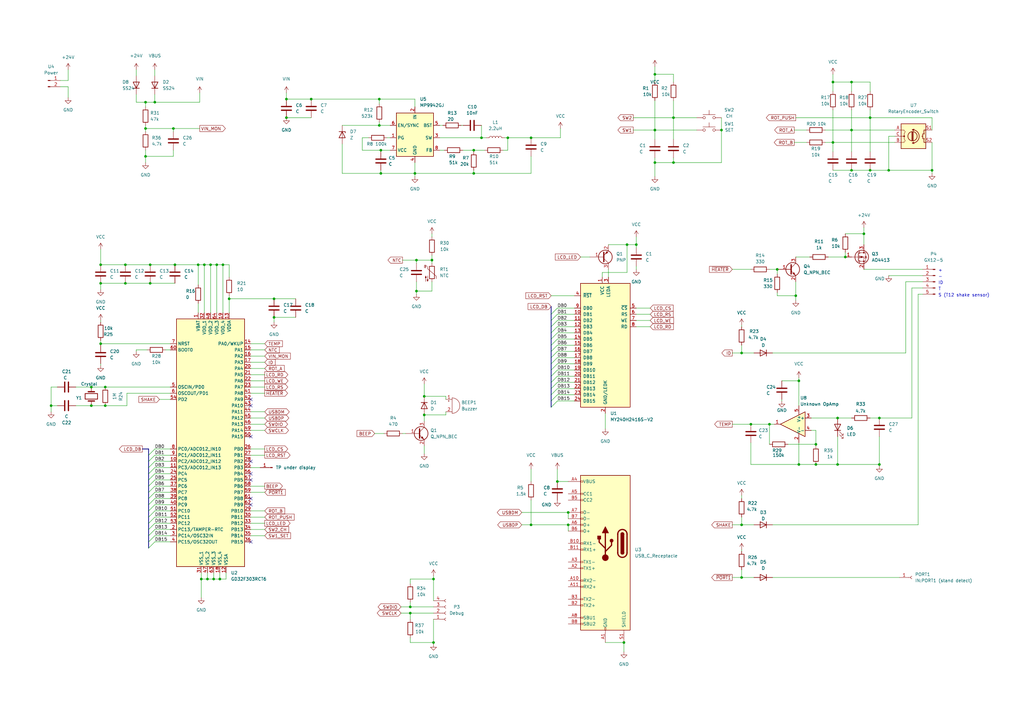
<source format=kicad_sch>
(kicad_sch (version 20211123) (generator eeschema)
  (paper "A3")
  (title_block (title "AIXUN T3A") (rev "1.2"))
  (junction (at 315.595 173.99))
  (junction (at 177.165 106.68))
  (junction (at 177.8 237.49))
  (junction (at 20.955 166.37))
  (junction (at 360.68 190.5))
  (junction (at 88.9 108.585))
  (junction (at 170.18 71.12))
  (junction (at 41.275 116.205))
  (junction (at 233.045 215.265))
  (junction (at 112.395 122.555))
  (junction (at 349.25 69.85))
  (junction (at 364.49 69.85))
  (junction (at 341.63 58.42))
  (junction (at 304.165 144.78))
  (junction (at 343.535 190.5))
  (junction (at 208.28 56.515))
  (junction (at 343.535 171.45))
  (junction (at 156.21 61.595))
  (junction (at 327.66 156.21))
  (junction (at 81.28 108.585))
  (junction (at 168.275 248.92))
  (junction (at 356.87 48.26))
  (junction (at 334.645 190.5))
  (junction (at 356.87 69.85))
  (junction (at 173.99 162.56))
  (junction (at 233.045 210.185))
  (junction (at 51.435 108.585))
  (junction (at 177.8 263.525))
  (junction (at 197.485 56.515))
  (junction (at 155.575 40.64))
  (junction (at 268.605 30.48))
  (junction (at 127.635 40.64))
  (junction (at 41.275 140.97))
  (junction (at 307.975 173.99))
  (junction (at 43.18 166.37))
  (junction (at 217.805 215.265))
  (junction (at 255.905 263.525))
  (junction (at 85.09 237.49))
  (junction (at 346.71 105.41))
  (junction (at 295.91 53.34))
  (junction (at 93.98 122.555))
  (junction (at 83.82 108.585))
  (junction (at 228.6 197.485))
  (junction (at 87.63 237.49))
  (junction (at 37.465 166.37))
  (junction (at 170.815 106.68))
  (junction (at 37.465 158.75))
  (junction (at 341.63 33.655))
  (junction (at 156.21 71.12))
  (junction (at 327.66 190.5))
  (junction (at 268.605 53.34))
  (junction (at 112.395 130.175))
  (junction (at 349.25 33.655))
  (junction (at 304.165 215.265))
  (junction (at 71.755 108.585))
  (junction (at 194.31 61.595))
  (junction (at 382.27 69.85))
  (junction (at 173.99 170.18))
  (junction (at 349.25 53.34))
  (junction (at 318.77 110.49))
  (junction (at 260.985 100.33))
  (junction (at 63.5 41.91))
  (junction (at 59.69 52.705))
  (junction (at 59.69 41.91))
  (junction (at 117.475 48.26))
  (junction (at 91.44 108.585))
  (junction (at 41.275 108.585))
  (junction (at 170.815 119.38))
  (junction (at 59.69 64.135))
  (junction (at 268.605 66.675))
  (junction (at 71.12 52.705))
  (junction (at 82.55 237.49))
  (junction (at 117.475 40.64))
  (junction (at 354.33 95.885))
  (junction (at 86.36 108.585))
  (junction (at 276.225 66.675))
  (junction (at 43.18 158.75))
  (junction (at 334.645 182.245))
  (junction (at 276.225 48.26))
  (junction (at 51.435 116.205))
  (junction (at 168.275 251.46))
  (junction (at 61.595 116.205))
  (junction (at 326.39 121.285))
  (junction (at 194.31 71.12))
  (junction (at 257.175 100.33))
  (junction (at 304.165 236.855))
  (junction (at 217.805 56.515))
  (junction (at 360.68 171.45))
  (junction (at 61.595 108.585))
  (junction (at 155.575 51.435))
  (junction (at 90.17 237.49))
  (no_connect (at 102.87 222.25))
  (no_connect (at 102.87 194.31))
  (no_connect (at 102.87 196.85))
  (no_connect (at 102.87 189.23))
  (no_connect (at 102.87 163.83))
  (no_connect (at 102.87 166.37))
  (no_connect (at 102.87 179.07))
  (no_connect (at 102.87 204.47))
  (no_connect (at 102.87 207.01))
  (bus_entry (at 228.6 146.685) (size -2.54 2.54))
  (bus_entry (at 63.5 212.09) (size -2.54 2.54))
  (bus_entry (at 228.6 149.225) (size -2.54 2.54))
  (bus_entry (at 63.5 214.63) (size -2.54 2.54))
  (bus_entry (at 228.6 151.765) (size -2.54 2.54))
  (bus_entry (at 63.5 217.17) (size -2.54 2.54))
  (bus_entry (at 228.6 159.385) (size -2.54 2.54))
  (bus_entry (at 63.5 207.01) (size -2.54 2.54))
  (bus_entry (at 63.5 204.47) (size -2.54 2.54))
  (bus_entry (at 228.6 161.925) (size -2.54 2.54))
  (bus_entry (at 63.5 222.25) (size -2.54 2.54))
  (bus_entry (at 228.6 141.605) (size -2.54 2.54))
  (bus_entry (at 63.5 219.71) (size -2.54 2.54))
  (bus_entry (at 63.5 199.39) (size -2.54 2.54))
  (bus_entry (at 63.5 209.55) (size -2.54 2.54))
  (bus_entry (at 228.6 156.845) (size -2.54 2.54))
  (bus_entry (at 228.6 133.985) (size -2.54 2.54))
  (bus_entry (at 228.6 136.525) (size -2.54 2.54))
  (bus_entry (at 228.6 128.905) (size -2.54 2.54))
  (bus_entry (at 228.6 126.365) (size -2.54 2.54))
  (bus_entry (at 228.6 131.445) (size -2.54 2.54))
  (bus_entry (at 228.6 139.065) (size -2.54 2.54))
  (bus_entry (at 228.6 154.305) (size -2.54 2.54))
  (bus_entry (at 228.6 144.145) (size -2.54 2.54))
  (bus_entry (at 63.5 201.93) (size -2.54 2.54))
  (bus_entry (at 63.5 196.85) (size -2.54 2.54))
  (bus_entry (at 228.6 164.465) (size -2.54 2.54))
  (bus_entry (at 63.5 194.31) (size -2.54 2.54))
  (bus_entry (at 63.5 189.23) (size -2.54 2.54))
  (bus_entry (at 63.5 191.77) (size -2.54 2.54))
  (bus_entry (at 63.5 184.15) (size -2.54 2.54))
  (bus_entry (at 63.5 186.69) (size -2.54 2.54))
  (wire (pts (xy 102.87 143.51) (xy 108.585 143.51)))
  (wire (pts (xy 85.09 234.95) (xy 85.09 237.49)))
  (wire (pts (xy 165.1 177.8) (xy 166.37 177.8)))
  (wire (pts (xy 102.87 209.55) (xy 108.585 209.55)))
  (wire (pts (xy 228.6 192.405) (xy 228.6 197.485)))
  (bus (pts (xy 60.96 191.77) (xy 60.96 194.31)))
  (bus (pts (xy 60.96 189.23) (xy 60.96 191.77)))
  (wire (pts (xy 102.87 156.21) (xy 108.585 156.21)))
  (wire (pts (xy 155.575 40.64) (xy 170.18 40.64)))
  (wire (pts (xy 356.87 48.26) (xy 326.39 48.26)))
  (wire (pts (xy 102.87 158.75) (xy 108.585 158.75)))
  (wire (pts (xy 248.285 169.545) (xy 248.285 175.895)))
  (wire (pts (xy 87.63 237.49) (xy 90.17 237.49)))
  (wire (pts (xy 93.98 121.285) (xy 93.98 122.555)))
  (wire (pts (xy 180.34 61.595) (xy 182.245 61.595)))
  (wire (pts (xy 257.175 100.33) (xy 260.985 100.33)))
  (wire (pts (xy 61.595 108.585) (xy 71.755 108.585)))
  (wire (pts (xy 71.12 53.975) (xy 71.12 52.705)))
  (wire (pts (xy 102.87 153.67) (xy 108.585 153.67)))
  (wire (pts (xy 60.325 143.51) (xy 55.88 143.51)))
  (wire (pts (xy 170.815 106.68) (xy 177.165 106.68)))
  (bus (pts (xy 60.96 186.69) (xy 60.96 189.23)))
  (wire (pts (xy 371.475 144.78) (xy 316.865 144.78)))
  (wire (pts (xy 86.36 108.585) (xy 83.82 108.585)))
  (wire (pts (xy 194.31 69.85) (xy 194.31 71.12)))
  (wire (pts (xy 168.275 248.92) (xy 177.8 248.92)))
  (bus (pts (xy 226.06 144.145) (xy 226.06 146.685)))
  (wire (pts (xy 354.33 110.49) (xy 378.46 110.49)))
  (wire (pts (xy 102.87 214.63) (xy 108.585 214.63)))
  (wire (pts (xy 217.805 205.105) (xy 217.805 215.265)))
  (wire (pts (xy 155.575 40.64) (xy 155.575 42.545)))
  (wire (pts (xy 378.46 115.57) (xy 371.475 115.57)))
  (wire (pts (xy 81.28 124.46) (xy 81.28 128.27)))
  (wire (pts (xy 327.66 156.21) (xy 327.66 166.37)))
  (wire (pts (xy 304.165 203.2) (xy 304.165 204.47)))
  (wire (pts (xy 349.25 53.34) (xy 367.03 53.34)))
  (wire (pts (xy 93.98 122.555) (xy 112.395 122.555)))
  (wire (pts (xy 27.94 40.005) (xy 27.94 35.56)))
  (wire (pts (xy 228.6 156.845) (xy 235.585 156.845)))
  (wire (pts (xy 59.69 64.135) (xy 59.69 66.675)))
  (wire (pts (xy 307.975 173.99) (xy 315.595 173.99)))
  (wire (pts (xy 52.07 161.29) (xy 52.07 166.37)))
  (bus (pts (xy 226.06 146.685) (xy 226.06 149.225)))
  (wire (pts (xy 327.66 181.61) (xy 327.66 190.5)))
  (wire (pts (xy 93.98 122.555) (xy 93.98 128.27)))
  (wire (pts (xy 260.985 131.445) (xy 266.7 131.445)))
  (wire (pts (xy 102.87 212.09) (xy 108.585 212.09)))
  (wire (pts (xy 276.225 41.275) (xy 276.225 48.26)))
  (wire (pts (xy 170.18 66.675) (xy 170.18 71.12)))
  (wire (pts (xy 63.5 41.91) (xy 63.5 38.735)))
  (wire (pts (xy 173.99 170.18) (xy 173.99 172.72)))
  (wire (pts (xy 182.88 168.91) (xy 182.88 170.18)))
  (wire (pts (xy 339.725 105.41) (xy 346.71 105.41)))
  (wire (pts (xy 228.6 197.485) (xy 233.045 197.485)))
  (wire (pts (xy 268.605 41.275) (xy 268.605 53.34)))
  (wire (pts (xy 177.165 119.38) (xy 170.815 119.38)))
  (wire (pts (xy 102.87 199.39) (xy 108.585 199.39)))
  (wire (pts (xy 268.605 53.34) (xy 268.605 57.15)))
  (wire (pts (xy 63.5 194.31) (xy 69.85 194.31)))
  (wire (pts (xy 24.765 33.02) (xy 27.94 33.02)))
  (wire (pts (xy 268.605 27.305) (xy 268.605 30.48)))
  (wire (pts (xy 228.6 131.445) (xy 235.585 131.445)))
  (bus (pts (xy 60.96 194.31) (xy 60.96 196.85)))
  (wire (pts (xy 102.87 186.69) (xy 108.585 186.69)))
  (wire (pts (xy 367.03 55.88) (xy 364.49 55.88)))
  (wire (pts (xy 207.01 56.515) (xy 208.28 56.515)))
  (bus (pts (xy 60.96 219.71) (xy 60.96 222.25)))
  (wire (pts (xy 343.535 171.45) (xy 349.25 171.45)))
  (wire (pts (xy 140.335 59.055) (xy 140.335 71.12)))
  (wire (pts (xy 332.74 171.45) (xy 343.535 171.45)))
  (wire (pts (xy 217.805 192.405) (xy 217.805 197.485)))
  (wire (pts (xy 247.015 111.76) (xy 257.175 111.76)))
  (wire (pts (xy 255.905 263.525) (xy 255.905 267.335)))
  (wire (pts (xy 334.645 176.53) (xy 334.645 182.245)))
  (wire (pts (xy 197.485 56.515) (xy 199.39 56.515)))
  (wire (pts (xy 182.88 163.83) (xy 182.88 162.56)))
  (wire (pts (xy 206.375 61.595) (xy 208.28 61.595)))
  (wire (pts (xy 63.5 201.93) (xy 69.85 201.93)))
  (wire (pts (xy 304.165 226.06) (xy 304.165 225.425)))
  (bus (pts (xy 226.06 141.605) (xy 226.06 144.145)))
  (wire (pts (xy 102.87 140.97) (xy 108.585 140.97)))
  (wire (pts (xy 170.815 107.95) (xy 170.815 106.68)))
  (wire (pts (xy 228.6 128.905) (xy 235.585 128.905)))
  (wire (pts (xy 85.09 237.49) (xy 82.55 237.49)))
  (wire (pts (xy 229.87 56.515) (xy 217.805 56.515)))
  (bus (pts (xy 60.96 209.55) (xy 60.96 212.09)))
  (wire (pts (xy 63.5 189.23) (xy 69.85 189.23)))
  (wire (pts (xy 268.605 66.675) (xy 268.605 72.39)))
  (wire (pts (xy 63.5 214.63) (xy 69.85 214.63)))
  (wire (pts (xy 276.225 33.655) (xy 276.225 30.48)))
  (wire (pts (xy 71.12 52.705) (xy 81.915 52.705)))
  (wire (pts (xy 112.395 130.175) (xy 112.395 132.08)))
  (bus (pts (xy 226.06 159.385) (xy 226.06 161.925)))
  (wire (pts (xy 194.31 62.23) (xy 194.31 61.595)))
  (bus (pts (xy 60.96 184.15) (xy 60.96 186.69)))
  (wire (pts (xy 177.165 115.57) (xy 177.165 119.38)))
  (wire (pts (xy 164.465 251.46) (xy 168.275 251.46)))
  (wire (pts (xy 63.5 222.25) (xy 69.85 222.25)))
  (wire (pts (xy 117.475 38.1) (xy 117.475 40.64)))
  (wire (pts (xy 318.77 120.015) (xy 318.77 121.285)))
  (wire (pts (xy 228.6 164.465) (xy 235.585 164.465)))
  (wire (pts (xy 295.91 53.34) (xy 295.91 66.675)))
  (wire (pts (xy 315.595 110.49) (xy 318.77 110.49)))
  (wire (pts (xy 356.87 171.45) (xy 360.68 171.45)))
  (wire (pts (xy 208.28 61.595) (xy 208.28 56.515)))
  (wire (pts (xy 63.5 28.575) (xy 63.5 31.115)))
  (bus (pts (xy 60.96 207.01) (xy 60.96 209.55)))
  (bus (pts (xy 60.96 201.93) (xy 60.96 204.47)))
  (wire (pts (xy 41.275 116.205) (xy 51.435 116.205)))
  (wire (pts (xy 24.765 35.56) (xy 27.94 35.56)))
  (wire (pts (xy 349.25 62.23) (xy 349.25 53.34)))
  (wire (pts (xy 356.87 37.465) (xy 356.87 33.655)))
  (wire (pts (xy 177.165 95.885) (xy 177.165 97.155)))
  (wire (pts (xy 238.125 105.41) (xy 241.935 105.41)))
  (wire (pts (xy 41.275 102.235) (xy 41.275 108.585)))
  (wire (pts (xy 304.165 141.605) (xy 304.165 144.78)))
  (wire (pts (xy 378.46 118.11) (xy 374.015 118.11)))
  (wire (pts (xy 61.595 116.205) (xy 71.755 116.205)))
  (wire (pts (xy 102.87 171.45) (xy 108.585 171.45)))
  (wire (pts (xy 343.535 190.5) (xy 360.68 190.5)))
  (bus (pts (xy 226.06 149.225) (xy 226.06 151.765)))
  (wire (pts (xy 315.595 173.99) (xy 317.5 173.99)))
  (wire (pts (xy 304.165 144.78) (xy 309.245 144.78)))
  (wire (pts (xy 356.87 33.655) (xy 349.25 33.655)))
  (wire (pts (xy 88.9 108.585) (xy 86.36 108.585)))
  (wire (pts (xy 148.59 61.595) (xy 156.21 61.595)))
  (wire (pts (xy 341.63 30.48) (xy 341.63 33.655)))
  (wire (pts (xy 260.985 126.365) (xy 266.7 126.365)))
  (wire (pts (xy 364.49 69.85) (xy 382.27 69.85)))
  (wire (pts (xy 247.015 113.665) (xy 247.015 111.76)))
  (wire (pts (xy 177.165 104.775) (xy 177.165 106.68)))
  (wire (pts (xy 165.1 106.68) (xy 170.815 106.68)))
  (wire (pts (xy 63.5 219.71) (xy 69.85 219.71)))
  (wire (pts (xy 90.17 234.95) (xy 90.17 237.49)))
  (wire (pts (xy 23.495 158.75) (xy 20.955 158.75)))
  (wire (pts (xy 248.285 263.525) (xy 255.905 263.525)))
  (wire (pts (xy 41.275 131.445) (xy 41.275 132.08)))
  (wire (pts (xy 300.355 215.265) (xy 304.165 215.265)))
  (wire (pts (xy 117.475 48.26) (xy 127.635 48.26)))
  (wire (pts (xy 304.165 236.855) (xy 309.245 236.855)))
  (wire (pts (xy 82.55 234.95) (xy 82.55 237.49)))
  (wire (pts (xy 228.6 146.685) (xy 235.585 146.685)))
  (wire (pts (xy 177.8 254) (xy 177.8 263.525)))
  (wire (pts (xy 88.9 128.27) (xy 88.9 108.585)))
  (bus (pts (xy 60.96 212.09) (xy 60.96 214.63)))
  (wire (pts (xy 326.39 115.57) (xy 326.39 121.285)))
  (wire (pts (xy 59.69 61.595) (xy 59.69 64.135)))
  (wire (pts (xy 91.44 108.585) (xy 88.9 108.585)))
  (wire (pts (xy 63.5 184.15) (xy 69.85 184.15)))
  (wire (pts (xy 382.27 48.26) (xy 356.87 48.26)))
  (wire (pts (xy 43.18 166.37) (xy 37.465 166.37)))
  (wire (pts (xy 168.275 251.46) (xy 168.275 254)))
  (wire (pts (xy 213.995 215.265) (xy 217.805 215.265)))
  (wire (pts (xy 87.63 237.49) (xy 85.09 237.49)))
  (bus (pts (xy 226.06 133.985) (xy 226.06 136.525)))
  (wire (pts (xy 41.275 116.205) (xy 41.275 118.745)))
  (wire (pts (xy 102.87 184.15) (xy 108.585 184.15)))
  (wire (pts (xy 268.605 30.48) (xy 276.225 30.48)))
  (bus (pts (xy 226.06 125.73) (xy 226.06 128.905)))
  (wire (pts (xy 112.395 130.175) (xy 121.285 130.175)))
  (wire (pts (xy 249.555 100.33) (xy 257.175 100.33)))
  (wire (pts (xy 93.98 108.585) (xy 91.44 108.585)))
  (wire (pts (xy 63.5 196.85) (xy 69.85 196.85)))
  (wire (pts (xy 59.69 41.91) (xy 63.5 41.91)))
  (wire (pts (xy 356.87 48.26) (xy 356.87 62.23)))
  (wire (pts (xy 226.06 121.285) (xy 235.585 121.285)))
  (wire (pts (xy 194.31 71.12) (xy 217.805 71.12)))
  (wire (pts (xy 260.985 133.985) (xy 266.7 133.985)))
  (wire (pts (xy 90.17 237.49) (xy 92.71 237.49)))
  (wire (pts (xy 371.475 115.57) (xy 371.475 144.78)))
  (wire (pts (xy 320.675 163.83) (xy 320.675 164.465)))
  (wire (pts (xy 217.805 64.135) (xy 217.805 71.12)))
  (wire (pts (xy 376.555 120.65) (xy 378.46 120.65)))
  (wire (pts (xy 173.99 157.48) (xy 173.99 162.56)))
  (wire (pts (xy 63.5 207.01) (xy 69.85 207.01)))
  (wire (pts (xy 127.635 40.64) (xy 155.575 40.64)))
  (wire (pts (xy 233.045 210.185) (xy 233.045 212.725)))
  (wire (pts (xy 102.87 168.91) (xy 108.585 168.91)))
  (wire (pts (xy 168.275 237.49) (xy 177.8 237.49)))
  (wire (pts (xy 228.6 154.305) (xy 235.585 154.305)))
  (wire (pts (xy 86.36 128.27) (xy 86.36 108.585)))
  (wire (pts (xy 71.755 108.585) (xy 81.28 108.585)))
  (wire (pts (xy 87.63 234.95) (xy 87.63 237.49)))
  (wire (pts (xy 63.5 212.09) (xy 69.85 212.09)))
  (wire (pts (xy 59.69 51.435) (xy 59.69 52.705)))
  (wire (pts (xy 304.165 133.35) (xy 304.165 133.985)))
  (wire (pts (xy 249.555 110.49) (xy 249.555 113.665)))
  (wire (pts (xy 81.915 38.1) (xy 81.915 41.91)))
  (wire (pts (xy 323.215 182.245) (xy 334.645 182.245)))
  (wire (pts (xy 349.25 69.85) (xy 356.87 69.85)))
  (wire (pts (xy 156.21 71.12) (xy 170.18 71.12)))
  (wire (pts (xy 168.275 247.015) (xy 168.275 248.92)))
  (wire (pts (xy 326.39 121.285) (xy 326.39 123.19)))
  (wire (pts (xy 320.675 156.21) (xy 327.66 156.21)))
  (wire (pts (xy 346.71 95.885) (xy 354.33 95.885)))
  (wire (pts (xy 102.87 146.05) (xy 108.585 146.05)))
  (wire (pts (xy 382.27 69.85) (xy 382.27 71.12)))
  (wire (pts (xy 327.66 190.5) (xy 334.645 190.5)))
  (wire (pts (xy 182.88 162.56) (xy 173.99 162.56)))
  (wire (pts (xy 177.8 236.22) (xy 177.8 237.49)))
  (wire (pts (xy 31.115 166.37) (xy 37.465 166.37)))
  (wire (pts (xy 356.87 45.085) (xy 356.87 48.26)))
  (wire (pts (xy 102.87 173.99) (xy 108.585 173.99)))
  (wire (pts (xy 316.865 215.265) (xy 376.555 215.265)))
  (wire (pts (xy 170.18 71.12) (xy 194.31 71.12)))
  (wire (pts (xy 233.045 215.265) (xy 233.045 217.805)))
  (wire (pts (xy 168.275 239.395) (xy 168.275 237.49)))
  (wire (pts (xy 276.225 64.77) (xy 276.225 66.675)))
  (wire (pts (xy 59.69 52.705) (xy 59.69 53.975)))
  (wire (pts (xy 268.605 64.77) (xy 268.605 66.675)))
  (wire (pts (xy 102.87 191.77) (xy 106.68 191.77)))
  (wire (pts (xy 170.18 71.12) (xy 170.18 72.39)))
  (wire (pts (xy 173.99 182.88) (xy 173.99 186.055)))
  (wire (pts (xy 156.21 69.85) (xy 156.21 71.12)))
  (wire (pts (xy 112.395 122.555) (xy 121.285 122.555)))
  (wire (pts (xy 228.6 133.985) (xy 235.585 133.985)))
  (wire (pts (xy 268.605 33.655) (xy 268.605 30.48)))
  (wire (pts (xy 71.12 64.135) (xy 59.69 64.135)))
  (bus (pts (xy 60.96 217.17) (xy 60.96 219.71)))
  (wire (pts (xy 332.74 176.53) (xy 334.645 176.53)))
  (wire (pts (xy 93.98 108.585) (xy 93.98 113.665)))
  (bus (pts (xy 60.96 222.25) (xy 60.96 224.79)))
  (wire (pts (xy 55.88 41.91) (xy 59.69 41.91)))
  (wire (pts (xy 155.575 50.165) (xy 155.575 51.435)))
  (wire (pts (xy 307.975 181.61) (xy 307.975 190.5)))
  (wire (pts (xy 276.225 66.675) (xy 295.91 66.675)))
  (wire (pts (xy 259.715 48.26) (xy 276.225 48.26)))
  (bus (pts (xy 58.42 184.15) (xy 60.96 184.15)))
  (wire (pts (xy 257.175 111.76) (xy 257.175 100.33)))
  (bus (pts (xy 226.06 156.845) (xy 226.06 159.385)))
  (wire (pts (xy 63.5 199.39) (xy 69.85 199.39)))
  (bus (pts (xy 226.06 139.065) (xy 226.06 141.605)))
  (wire (pts (xy 376.555 120.65) (xy 376.555 215.265)))
  (wire (pts (xy 325.755 58.42) (xy 330.835 58.42)))
  (wire (pts (xy 153.67 177.8) (xy 157.48 177.8)))
  (wire (pts (xy 300.355 173.99) (xy 307.975 173.99)))
  (wire (pts (xy 354.33 95.885) (xy 354.33 100.33)))
  (wire (pts (xy 364.49 113.03) (xy 378.46 113.03)))
  (wire (pts (xy 260.985 128.905) (xy 266.7 128.905)))
  (wire (pts (xy 341.63 58.42) (xy 341.63 62.23)))
  (wire (pts (xy 168.275 251.46) (xy 177.8 251.46)))
  (wire (pts (xy 59.69 41.91) (xy 59.69 43.815)))
  (wire (pts (xy 382.27 58.42) (xy 382.27 69.85)))
  (wire (pts (xy 228.6 144.145) (xy 235.585 144.145)))
  (wire (pts (xy 326.39 105.41) (xy 332.105 105.41)))
  (wire (pts (xy 228.6 149.225) (xy 235.585 149.225)))
  (wire (pts (xy 341.63 69.85) (xy 349.25 69.85)))
  (wire (pts (xy 341.63 37.465) (xy 341.63 33.655)))
  (wire (pts (xy 276.225 48.26) (xy 276.225 57.15)))
  (wire (pts (xy 180.34 56.515) (xy 197.485 56.515)))
  (wire (pts (xy 334.645 190.5) (xy 343.535 190.5)))
  (wire (pts (xy 168.275 261.62) (xy 168.275 263.525)))
  (wire (pts (xy 228.6 141.605) (xy 235.585 141.605)))
  (bus (pts (xy 60.96 199.39) (xy 60.96 201.93)))
  (wire (pts (xy 91.44 128.27) (xy 91.44 108.585)))
  (wire (pts (xy 102.87 201.93) (xy 108.585 201.93)))
  (wire (pts (xy 164.465 248.92) (xy 168.275 248.92)))
  (wire (pts (xy 197.485 51.435) (xy 197.485 56.515)))
  (wire (pts (xy 63.5 41.91) (xy 81.915 41.91)))
  (wire (pts (xy 213.995 210.185) (xy 233.045 210.185)))
  (wire (pts (xy 334.645 182.245) (xy 334.645 182.88)))
  (wire (pts (xy 327.66 154.94) (xy 327.66 156.21)))
  (wire (pts (xy 83.82 128.27) (xy 83.82 108.585)))
  (wire (pts (xy 316.865 236.855) (xy 368.935 236.855)))
  (wire (pts (xy 374.015 171.45) (xy 360.68 171.45)))
  (wire (pts (xy 364.49 55.88) (xy 364.49 69.85)))
  (wire (pts (xy 304.165 215.265) (xy 309.245 215.265)))
  (wire (pts (xy 208.28 56.515) (xy 217.805 56.515)))
  (wire (pts (xy 170.815 119.38) (xy 170.815 115.57)))
  (wire (pts (xy 295.91 48.26) (xy 295.91 53.34)))
  (wire (pts (xy 71.12 61.595) (xy 71.12 64.135)))
  (wire (pts (xy 318.77 110.49) (xy 318.77 112.395)))
  (wire (pts (xy 160.02 61.595) (xy 156.21 61.595)))
  (wire (pts (xy 156.21 61.595) (xy 156.21 62.23)))
  (wire (pts (xy 260.985 110.49) (xy 260.985 109.22)))
  (wire (pts (xy 338.455 58.42) (xy 341.63 58.42)))
  (wire (pts (xy 360.68 179.07) (xy 360.68 190.5)))
  (wire (pts (xy 307.975 190.5) (xy 327.66 190.5)))
  (wire (pts (xy 374.015 118.11) (xy 374.015 171.45)))
  (bus (pts (xy 226.06 154.305) (xy 226.06 156.845)))
  (wire (pts (xy 41.275 149.225) (xy 41.275 149.86)))
  (wire (pts (xy 65.405 163.83) (xy 69.85 163.83)))
  (wire (pts (xy 356.87 69.85) (xy 364.49 69.85)))
  (wire (pts (xy 43.18 158.75) (xy 69.85 158.75)))
  (wire (pts (xy 168.275 263.525) (xy 177.8 263.525)))
  (wire (pts (xy 63.5 209.55) (xy 69.85 209.55)))
  (wire (pts (xy 52.07 166.37) (xy 43.18 166.37)))
  (wire (pts (xy 228.6 159.385) (xy 235.585 159.385)))
  (wire (pts (xy 140.335 51.435) (xy 155.575 51.435)))
  (wire (pts (xy 349.25 37.465) (xy 349.25 33.655)))
  (wire (pts (xy 229.87 52.705) (xy 229.87 56.515)))
  (wire (pts (xy 102.87 217.17) (xy 108.585 217.17)))
  (wire (pts (xy 260.985 100.33) (xy 260.985 101.6)))
  (wire (pts (xy 259.715 53.34) (xy 268.605 53.34)))
  (wire (pts (xy 63.5 191.77) (xy 69.85 191.77)))
  (wire (pts (xy 354.33 93.345) (xy 354.33 95.885)))
  (wire (pts (xy 51.435 116.205) (xy 61.595 116.205)))
  (wire (pts (xy 349.25 45.085) (xy 349.25 53.34)))
  (wire (pts (xy 181.61 51.435) (xy 180.34 51.435)))
  (wire (pts (xy 182.88 170.18) (xy 173.99 170.18)))
  (bus (pts (xy 60.96 214.63) (xy 60.96 217.17)))
  (wire (pts (xy 82.55 237.49) (xy 82.55 245.11)))
  (wire (pts (xy 43.18 158.75) (xy 37.465 158.75)))
  (wire (pts (xy 276.225 48.26) (xy 285.75 48.26)))
  (wire (pts (xy 338.455 53.34) (xy 349.25 53.34)))
  (wire (pts (xy 360.68 191.135) (xy 360.68 190.5)))
  (wire (pts (xy 23.495 166.37) (xy 20.955 166.37)))
  (wire (pts (xy 71.12 52.705) (xy 59.69 52.705)))
  (wire (pts (xy 268.605 66.675) (xy 276.225 66.675)))
  (wire (pts (xy 300.355 236.855) (xy 304.165 236.855)))
  (wire (pts (xy 102.87 151.13) (xy 108.585 151.13)))
  (wire (pts (xy 51.435 108.585) (xy 61.595 108.585)))
  (wire (pts (xy 41.275 139.7) (xy 41.275 140.97)))
  (bus (pts (xy 226.06 161.925) (xy 226.06 164.465)))
  (wire (pts (xy 67.945 143.51) (xy 69.85 143.51)))
  (wire (pts (xy 228.6 139.065) (xy 235.585 139.065)))
  (bus (pts (xy 226.06 136.525) (xy 226.06 139.065)))
  (wire (pts (xy 268.605 53.34) (xy 285.75 53.34)))
  (wire (pts (xy 177.8 263.525) (xy 177.8 264.16)))
  (wire (pts (xy 170.815 120.65) (xy 170.815 119.38)))
  (wire (pts (xy 148.59 56.515) (xy 148.59 61.595)))
  (wire (pts (xy 300.355 144.78) (xy 304.165 144.78)))
  (wire (pts (xy 304.165 212.09) (xy 304.165 215.265)))
  (wire (pts (xy 177.8 237.49) (xy 177.8 246.38)))
  (wire (pts (xy 325.755 53.34) (xy 330.835 53.34)))
  (wire (pts (xy 158.75 56.515) (xy 160.02 56.515)))
  (wire (pts (xy 69.85 161.29) (xy 52.07 161.29)))
  (wire (pts (xy 55.88 41.91) (xy 55.88 38.735)))
  (wire (pts (xy 228.6 136.525) (xy 235.585 136.525)))
  (bus (pts (xy 226.06 164.465) (xy 226.06 167.005)))
  (wire (pts (xy 228.6 161.925) (xy 235.585 161.925)))
  (wire (pts (xy 27.94 28.575) (xy 27.94 33.02)))
  (bus (pts (xy 226.06 131.445) (xy 226.06 133.985)))
  (wire (pts (xy 189.865 61.595) (xy 194.31 61.595)))
  (wire (pts (xy 117.475 40.64) (xy 127.635 40.64)))
  (wire (pts (xy 170.18 43.815) (xy 170.18 40.64)))
  (wire (pts (xy 55.88 143.51) (xy 55.88 144.145)))
  (wire (pts (xy 41.275 108.585) (xy 51.435 108.585)))
  (wire (pts (xy 260.985 97.155) (xy 260.985 100.33)))
  (wire (pts (xy 20.955 166.37) (xy 20.955 168.91)))
  (wire (pts (xy 304.165 233.68) (xy 304.165 236.855)))
  (wire (pts (xy 102.87 219.71) (xy 108.585 219.71)))
  (wire (pts (xy 315.595 182.245) (xy 315.595 173.99)))
  (wire (pts (xy 177.165 106.68) (xy 177.165 107.95)))
  (wire (pts (xy 343.535 179.07) (xy 343.535 190.5)))
  (wire (pts (xy 41.275 140.97) (xy 41.275 141.605)))
  (bus (pts (xy 60.96 196.85) (xy 60.96 199.39)))
  (wire (pts (xy 346.71 103.505) (xy 346.71 105.41)))
  (wire (pts (xy 63.5 204.47) (xy 69.85 204.47)))
  (wire (pts (xy 63.5 186.69) (xy 69.85 186.69)))
  (wire (pts (xy 20.955 158.75) (xy 20.955 166.37)))
  (wire (pts (xy 228.6 151.765) (xy 235.585 151.765)))
  (wire (pts (xy 228.6 126.365) (xy 235.585 126.365)))
  (wire (pts (xy 341.63 58.42) (xy 367.03 58.42)))
  (bus (pts (xy 60.96 204.47) (xy 60.96 207.01)))
  (wire (pts (xy 102.87 148.59) (xy 108.585 148.59)))
  (wire (pts (xy 382.27 53.34) (xy 382.27 48.26)))
  (bus (pts (xy 226.06 151.765) (xy 226.06 154.305)))
  (wire (pts (xy 341.63 33.655) (xy 349.25 33.655)))
  (wire (pts (xy 102.87 176.53) (xy 108.585 176.53)))
  (wire (pts (xy 83.82 108.585) (xy 81.28 108.585)))
  (wire (pts (xy 151.13 56.515) (xy 148.59 56.515)))
  (wire (pts (xy 217.805 215.265) (xy 233.045 215.265)))
  (wire (pts (xy 63.5 217.17) (xy 69.85 217.17)))
  (wire (pts (xy 102.87 161.29) (xy 108.585 161.29)))
  (wire (pts (xy 155.575 51.435) (xy 160.02 51.435)))
  (wire (pts (xy 189.865 51.435) (xy 189.23 51.435)))
  (wire (pts (xy 194.31 61.595) (xy 198.755 61.595)))
  (wire (pts (xy 81.28 108.585) (xy 81.28 116.84)))
  (wire (pts (xy 341.63 45.085) (xy 341.63 58.42)))
  (wire (pts (xy 318.77 121.285) (xy 326.39 121.285)))
  (wire (pts (xy 92.71 234.95) (xy 92.71 237.49)))
  (wire (pts (xy 300.355 110.49) (xy 307.975 110.49)))
  (wire (pts (xy 31.115 158.75) (xy 37.465 158.75)))
  (wire (pts (xy 41.275 140.97) (xy 69.85 140.97)))
  (wire (pts (xy 55.88 28.575) (xy 55.88 31.115)))
  (wire (pts (xy 140.335 71.12) (xy 156.21 71.12)))
  (bus (pts (xy 226.06 128.905) (xy 226.06 131.445)))
  (text "ID" (at 384.81 116.84 0) (effects (font (size 1.27 1.27)) (justify left bottom)))
  (text "T" (at 384.81 119.38 0) (effects (font (size 1.27 1.27)) (justify left bottom)))
  (text "S (T12 shake sensor)" (at 384.81 121.92 0) (effects (font (size 1.27 1.27)) (justify left bottom)))
  (text "-" (at 384.81 114.3 0) (effects (font (size 1.27 1.27)) (justify left bottom)))
  (text "+" (at 384.81 111.76 0) (effects (font (size 1.27 1.27)) (justify left bottom)))
  (label "DB12" (at 228.6 156.845 0))
  (label "DB8" (at 228.6 146.685 0))
  (label "DB1" (at 228.6 128.905 0))
  (label "DB14" (at 63.5 219.71 0))
  (label "DB7" (at 63.5 201.93 0))
  (label "DB3" (at 63.5 191.77 0))
  (label "DB0" (at 228.6 126.365 0))
  (label "DB9" (at 228.6 149.225 0))
  (label "DB0" (at 63.5 184.15 0))
  (label "DB15" (at 228.6 164.465 0))
  (label "DB1" (at 63.5 186.69 0))
  (label "DB5" (at 63.5 196.85 0))
  (label "DB10" (at 63.5 209.55 0))
  (label "DB10" (at 228.6 151.765 0))
  (label "DB4" (at 63.5 194.31 0))
  (label "DB4" (at 228.6 136.525 0))
  (label "DB2" (at 228.6 131.445 0))
  (label "DB13" (at 228.6 159.385 0))
  (label "DB2" (at 63.5 189.23 0))
  (label "DB11" (at 228.6 154.305 0))
  (label "DB3" (at 228.6 133.985 0))
  (label "DB15" (at 63.5 222.25 0))
  (label "DB11" (at 63.5 212.09 0))
  (label "DB7" (at 228.6 144.145 0))
  (label "DB9" (at 63.5 207.01 0))
  (label "DB14" (at 228.6 161.925 0))
  (label "DB5" (at 228.6 139.065 0))
  (label "DB12" (at 63.5 214.63 0))
  (label "DB6" (at 228.6 141.605 0))
  (label "DB8" (at 63.5 204.47 0))
  (label "DB6" (at 63.5 199.39 0))
  (label "DB13" (at 63.5 217.17 0))
  (global_label "BEEP" (shape output) (at 108.585 199.39 0) (property "Intersheet References" "${INTERSHEET_REFS}" (effects hide)))
  (global_label "LCD_RS" (shape output) (at 108.585 158.75 0) (property "Intersheet References" "${INTERSHEET_REFS}" (effects hide)))
  (global_label "VIN_MON" (shape input) (at 108.585 146.05 0) (property "Intersheet References" "${INTERSHEET_REFS}" (effects hide)))
  (global_label "ROT_A" (shape output) (at 325.755 53.34 180) (property "Intersheet References" "${INTERSHEET_REFS}" (effects hide)))
  (global_label "LCD_WE" (shape input) (at 266.7 131.445 0) (property "Intersheet References" "${INTERSHEET_REFS}" (effects hide)))
  (global_label "USBDM" (shape bidirectional) (at 108.585 168.91 0) (property "Intersheet References" "${INTERSHEET_REFS}" (effects hide)))
  (global_label "USBDP" (shape bidirectional) (at 108.585 171.45 0) (property "Intersheet References" "${INTERSHEET_REFS}" (effects hide)))
  (global_label "USBDP" (shape bidirectional) (at 213.995 215.265 180) (property "Intersheet References" "${INTERSHEET_REFS}" (effects hide)))
  (global_label "BEEP" (shape input) (at 153.67 177.8 180) (property "Intersheet References" "${INTERSHEET_REFS}" (effects hide)))
  (global_label "SW1_SET" (shape input) (at 108.585 219.71 0) (property "Intersheet References" "${INTERSHEET_REFS}" (effects hide)))
  (global_label "SWDIO" (shape bidirectional) (at 164.465 248.92 180) (property "Intersheet References" "${INTERSHEET_REFS}" (effects hide)))
  (global_label "SHAKE" (shape input) (at 65.405 163.83 180) (property "Intersheet References" "${INTERSHEET_REFS}" (effects hide)))
  (global_label "USBDM" (shape bidirectional) (at 213.995 210.185 180) (property "Intersheet References" "${INTERSHEET_REFS}" (effects hide)))
  (global_label "ROT_PUSH" (shape output) (at 326.39 48.26 180) (property "Intersheet References" "${INTERSHEET_REFS}" (effects hide)))
  (global_label "ID" (shape output) (at 300.355 144.78 180) (property "Intersheet References" "${INTERSHEET_REFS}" (effects hide)))
  (global_label "SW2" (shape output) (at 259.715 48.26 180) (property "Intersheet References" "${INTERSHEET_REFS}" (effects hide)))
  (global_label "LCD_DB" (shape input) (at 226.06 125.73 180) (property "Intersheet References" "${INTERSHEET_REFS}" (effects hide)))
  (global_label "~{PORT1}" (shape input) (at 108.585 201.93 0) (property "Intersheet References" "${INTERSHEET_REFS}" (effects hide)))
  (global_label "LCD_WE" (shape output) (at 108.585 156.21 0) (property "Intersheet References" "${INTERSHEET_REFS}" (effects hide)))
  (global_label "VIN_MON" (shape output) (at 81.915 52.705 0) (property "Intersheet References" "${INTERSHEET_REFS}" (effects hide)))
  (global_label "NTC" (shape output) (at 165.1 106.68 180) (property "Intersheet References" "${INTERSHEET_REFS}" (effects hide)))
  (global_label "SW2_CH" (shape input) (at 108.585 217.17 0) (property "Intersheet References" "${INTERSHEET_REFS}" (effects hide)))
  (global_label "~{HEATER}" (shape input) (at 300.355 110.49 180) (property "Intersheet References" "${INTERSHEET_REFS}" (effects hide)))
  (global_label "LCD_RD" (shape input) (at 266.7 133.985 0) (property "Intersheet References" "${INTERSHEET_REFS}" (effects hide)))
  (global_label "ROT_A" (shape input) (at 108.585 151.13 0) (property "Intersheet References" "${INTERSHEET_REFS}" (effects hide)))
  (global_label "TEMP" (shape input) (at 108.585 140.97 0) (property "Intersheet References" "${INTERSHEET_REFS}" (effects hide)))
  (global_label "LCD_RST" (shape output) (at 108.585 186.69 0) (property "Intersheet References" "${INTERSHEET_REFS}" (effects hide)))
  (global_label "LCD_CS" (shape output) (at 108.585 184.15 0) (property "Intersheet References" "${INTERSHEET_REFS}" (effects hide)))
  (global_label "ID" (shape input) (at 108.585 148.59 0) (property "Intersheet References" "${INTERSHEET_REFS}" (effects hide)))
  (global_label "LCD_LED" (shape input) (at 238.125 105.41 180) (property "Intersheet References" "${INTERSHEET_REFS}" (effects hide)))
  (global_label "LCD_LED" (shape output) (at 108.585 214.63 0) (property "Intersheet References" "${INTERSHEET_REFS}" (effects hide)))
  (global_label "LCD_RS" (shape input) (at 266.7 128.905 0) (property "Intersheet References" "${INTERSHEET_REFS}" (effects hide)))
  (global_label "SHAKE" (shape output) (at 300.355 215.265 180) (property "Intersheet References" "${INTERSHEET_REFS}" (effects hide)))
  (global_label "~{PORT1}" (shape output) (at 300.355 236.855 180) (property "Intersheet References" "${INTERSHEET_REFS}" (effects hide)))
  (global_label "LCD_CS" (shape input) (at 266.7 126.365 0) (property "Intersheet References" "${INTERSHEET_REFS}" (effects hide)))
  (global_label "~{HEATER}" (shape output) (at 108.585 161.29 0) (property "Intersheet References" "${INTERSHEET_REFS}" (effects hide)))
  (global_label "SWCLK" (shape bidirectional) (at 108.585 176.53 0) (property "Intersheet References" "${INTERSHEET_REFS}" (effects hide)))
  (global_label "TEMP" (shape output) (at 300.355 173.99 180) (property "Intersheet References" "${INTERSHEET_REFS}" (effects hide)))
  (global_label "ROT_B" (shape input) (at 108.585 209.55 0) (property "Intersheet References" "${INTERSHEET_REFS}" (effects hide)))
  (global_label "SW1" (shape output) (at 259.715 53.34 180) (property "Intersheet References" "${INTERSHEET_REFS}" (effects hide)))
  (global_label "SWCLK" (shape bidirectional) (at 164.465 251.46 180) (property "Intersheet References" "${INTERSHEET_REFS}" (effects hide)))
  (global_label "ROT_PUSH" (shape input) (at 108.585 212.09 0) (property "Intersheet References" "${INTERSHEET_REFS}" (effects hide)))
  (global_label "SWDIO" (shape bidirectional) (at 108.585 173.99 0) (property "Intersheet References" "${INTERSHEET_REFS}" (effects hide)))
  (global_label "ROT_B" (shape output) (at 325.755 58.42 180) (property "Intersheet References" "${INTERSHEET_REFS}" (effects hide)))
  (global_label "LCD_RST" (shape input) (at 226.06 121.285 180) (property "Intersheet References" "${INTERSHEET_REFS}" (effects hide)))
  (global_label "LCD_DB" (shape output) (at 58.42 184.15 180) (property "Intersheet References" "${INTERSHEET_REFS}" (effects hide)))
  (global_label "NTC" (shape input) (at 108.585 143.51 0) (property "Intersheet References" "${INTERSHEET_REFS}" (effects hide)))
  (global_label "LCD_RD" (shape output) (at 108.585 153.67 0) (property "Intersheet References" "${INTERSHEET_REFS}" (effects hide)))
  (symbol (lib_id "Device:C") (at 41.275 145.415 0) (unit 1)
    (property "Reference" "C20" (at 45.085 144.1449 0) (effects (justify left)))
    (property "Value" "C" (at 45.085 146.6849 0) (effects (justify left)))
  )
  (symbol (lib_id "Device:C") (at 121.285 126.365 0) (unit 1)
    (property "Reference" "C18" (at 125.095 125.0949 0) (effects (justify left)))
    (property "Value" "C" (at 125.095 127.6349 0) (effects (justify left)))
  )
  (symbol (lib_id "power:VCC") (at 177.8 236.22 0) (unit 1)
    (property "Reference" "#PWR0118" (effects hide))
    (property "Value" "VCC" (at 177.8 231.14 0))
  )
  (symbol (lib_id "Device:C") (at 320.675 160.02 0) (unit 1)
    (property "Reference" "C24" (at 314.325 158.75 0) (effects (justify left)))
    (property "Value" "C" (at 314.325 161.29 0) (effects (justify left)))
  )
  (symbol (lib_id "power:GND") (at 177.8 264.16 0) (unit 1)
    (property "Reference" "#PWR0122" (effects hide))
    (property "Value" "GND" (at 177.8 269.24 0))
  )
  (symbol (lib_id "Device:C") (at 71.755 112.395 0) (unit 1)
    (property "Reference" "C14" (at 75.565 111.1249 0) (effects (justify left)))
    (property "Value" "C" (at 75.565 113.6649 0) (effects (justify left)))
  )
  (symbol (lib_id "Device:R") (at 43.18 162.56 0) (unit 1)
    (property "Reference" "R24" (at 49.53 162.56 90))
    (property "Value" "1M" (at 46.99 162.56 90))
  )
  (symbol (lib_id "power:VCC") (at 173.99 157.48 0) (unit 1)
    (property "Reference" "#PWR0115" (effects hide))
    (property "Value" "VCC" (at 173.99 152.4 0))
  )
  (symbol (lib_id "Switch:SW_Push") (at 290.83 53.34 0) (unit 1)
    (property "Reference" "SW1" (at 299.085 50.8 0))
    (property "Value" "SET" (at 299.085 53.34 0))
  )
  (symbol (lib_id "Device:R") (at 334.645 58.42 90) (unit 1)
    (property "Reference" "R19" (at 336.55 60.96 90) (effects (justify left)))
    (property "Value" "10k" (at 332.74 63.5 90) (effects (justify right)))
  )
  (symbol (lib_id "Device:R") (at 276.225 37.465 0) (unit 1)
    (property "Reference" "R2" (at 271.145 36.195 0) (effects (justify left)))
    (property "Value" "10k" (at 274.955 38.735 0) (effects (justify right)))
  )
  (symbol (lib_id "Device:R") (at 304.165 229.87 0) (unit 1)
    (property "Reference" "R26" (at 306.705 228.6 0) (effects (justify left)))
    (property "Value" "4.7k" (at 310.515 231.14 0) (effects (justify right)))
  )
  (symbol (lib_id "power:VCC") (at 260.985 97.155 0) (unit 1)
    (property "Reference" "#PWR0110" (effects hide))
    (property "Value" "VCC" (at 260.985 92.075 0))
  )
  (symbol (lib_id "Device:C") (at 71.12 57.785 0) (unit 1)
    (property "Reference" "C26" (at 74.93 56.5149 0) (effects (justify left)))
    (property "Value" "C" (at 74.93 59.0549 0) (effects (justify left)))
  )
  (symbol (lib_id "Device:C") (at 228.6 201.295 0) (unit 1)
    (property "Reference" "C8" (at 222.885 200.025 0) (effects (justify left)))
    (property "Value" "C" (at 222.885 202.565 0) (effects (justify left)))
  )
  (symbol (lib_id "Device:R") (at 168.275 243.205 0) (unit 1)
    (property "Reference" "R34" (at 170.815 241.3 0) (effects (justify left)))
    (property "Value" "10k" (at 174.625 243.84 0) (effects (justify right)))
  )
  (symbol (lib_id "Device:R") (at 41.275 135.89 180) (unit 1)
    (property "Reference" "R25" (at 46.355 137.16 0) (effects (justify left)))
    (property "Value" "10k" (at 46.355 134.62 0) (effects (justify left)))
  )
  (symbol (lib_id "power:VBUS") (at 63.5 28.575 0) (unit 1)
    (property "Reference" "#PWR0136" (effects hide))
    (property "Value" "VBUS" (at 63.5 22.86 0))
  )
  (symbol (lib_id "Device:Q_NPN_BEC") (at 171.45 177.8 0) (unit 1)
    (property "Reference" "Q1" (at 176.53 176.5299 0) (effects (justify left)))
    (property "Value" "Q_NPN_BEC" (at 176.53 179.0699 0) (effects (justify left)))
  )
  (symbol (lib_id "power:GND") (at 59.69 66.675 0) (unit 1)
    (property "Reference" "#PWR0139" (effects hide))
    (property "Value" "GND" (at 59.69 71.755 0))
  )
  (symbol (lib_id "Device:C") (at 268.605 60.96 0) (unit 1)
    (property "Reference" "C1" (at 262.255 59.69 0) (effects (justify left)))
    (property "Value" "C" (at 262.255 62.23 0) (effects (justify left)))
  )
  (symbol (lib_id "Connector:Conn_01x01_Female") (at 374.015 236.855 0) (unit 1)
    (property "Reference" "PORT1" (at 375.285 235.5849 0) (effects (justify left)))
    (property "Value" "IN:PORT1 (stand detect)" (at 375.285 238.1249 0) (effects (justify left)))
  )
  (symbol (lib_id "power:GND") (at 228.6 205.105 0) (unit 1)
    (property "Reference" "#PWR0124" (effects hide))
    (property "Value" "GND" (at 224.155 207.01 0))
  )
  (symbol (lib_id "power:GND") (at 320.675 164.465 0) (unit 1)
    (property "Reference" "#PWR?" (effects hide))
    (property "Value" "GND" (at 320.675 168.275 0))
  )
  (symbol (lib_id "V:VIN") (at 117.475 38.1 0) (unit 1)
    (property "Reference" "#PWR0140" (effects hide))
    (property "Value" "VIN" (at 117.475 32.385 0))
  )
  (symbol (lib_id "Device:C") (at 307.975 177.8 0) (unit 1)
    (property "Reference" "C23" (at 311.15 176.5299 0) (effects (justify left)))
    (property "Value" "C" (at 311.15 179.0699 0) (effects (justify left)))
  )
  (symbol (lib_id "power:GND") (at 55.88 144.145 0) (unit 1)
    (property "Reference" "#PWR0108" (effects hide))
    (property "Value" "GND" (at 55.88 149.225 0))
  )
  (symbol (lib_id "Device:Crystal") (at 37.465 162.56 270) (unit 1)
    (property "Reference" "Y1" (at 33.655 163.195 90) (effects (justify right)))
    (property "Value" "Crystal" (at 40.005 157.48 90) (effects (justify right)))
  )
  (symbol (lib_id "Device:C") (at 341.63 66.04 0) (unit 1)
    (property "Reference" "C15" (at 339.725 71.755 0) (effects (justify left)))
    (property "Value" "C" (at 339.725 74.295 0) (effects (justify left)))
  )
  (symbol (lib_id "Device:R") (at 93.98 117.475 0) (unit 1)
    (property "Reference" "R21" (at 97.155 116.205 0) (effects (justify left)))
    (property "Value" "10" (at 97.155 118.745 0) (effects (justify left)))
  )
  (symbol (lib_id "Device:D") (at 313.055 215.265 0) (mirror y) (unit 1)
    (property "Reference" "D3" (at 313.055 210.185 0))
    (property "Value" "D" (at 313.055 212.725 0))
  )
  (symbol (lib_id "Device:R") (at 217.805 201.295 180) (unit 1)
    (property "Reference" "R5" (at 213.36 200.025 0))
    (property "Value" "1.5k" (at 215.9 202.565 0) (effects (justify left)))
  )
  (symbol (lib_id "Device:L") (at 203.2 56.515 90) (unit 1)
    (property "Reference" "L1" (at 203.2 50.165 90))
    (property "Value" "2.2uH" (at 203.2 52.705 90))
  )
  (symbol (lib_id "Device:R") (at 318.77 116.205 180) (unit 1)
    (property "Reference" "R15" (at 313.055 114.935 0) (effects (justify right)))
    (property "Value" "330" (at 313.055 117.475 0) (effects (justify right)))
  )
  (symbol (lib_id "power:GND") (at 41.275 149.86 0) (unit 1)
    (property "Reference" "#PWR0102" (effects hide))
    (property "Value" "GND" (at 41.275 154.94 0))
  )
  (symbol (lib_id "Device:R") (at 194.31 66.04 0) (unit 1)
    (property "Reference" "R7" (at 192.405 64.77 0) (effects (justify right)))
    (property "Value" "20k" (at 192.405 67.31 0) (effects (justify right)))
  )
  (symbol (lib_id "Device:LED") (at 343.535 175.26 90) (unit 1)
    (property "Reference" "D6" (at 347.345 175.5774 90) (effects (justify right)))
    (property "Value" "LED" (at 347.345 178.1174 90) (effects (justify right)))
  )
  (symbol (lib_id "Device:R") (at 64.135 143.51 90) (unit 1)
    (property "Reference" "R28" (at 64.135 146.05 90))
    (property "Value" "10k" (at 64.135 148.59 90))
  )
  (symbol (lib_id "V:VIN") (at 81.915 38.1 0) (unit 1)
    (property "Reference" "#PWR0138" (effects hide))
    (property "Value" "VIN" (at 81.915 32.385 0))
  )
  (symbol (lib_id "power:GND") (at 173.99 186.055 0) (unit 1)
    (property "Reference" "#PWR0114" (effects hide))
    (property "Value" "GND" (at 173.99 191.135 0))
  )
  (symbol (lib_id "Device:Q_PNP_BEC") (at 247.015 105.41 0) (mirror x) (unit 1)
    (property "Reference" "Q1" (at 252.73 104.1399 0) (effects (justify left)))
    (property "Value" "PNP" (at 252.73 106.6799 0) (effects (justify left)))
  )
  (symbol (lib_id "power:VCC") (at 41.275 131.445 0) (unit 1)
    (property "Reference" "#PWR0107" (effects hide))
    (property "Value" "VCC" (at 41.275 126.365 0))
  )
  (symbol (lib_id "power:GND") (at 268.605 72.39 0) (unit 1)
    (property "Reference" "#PWR0131" (effects hide))
    (property "Value" "GND" (at 268.605 77.47 0))
  )
  (symbol (lib_id "Device:R") (at 268.605 37.465 0) (unit 1)
    (property "Reference" "R1" (at 263.525 36.195 0) (effects (justify left)))
    (property "Value" "10k" (at 267.335 38.735 0) (effects (justify right)))
  )
  (symbol (lib_id "Device:C") (at 193.675 51.435 90) (unit 1)
    (property "Reference" "C10" (at 193.675 43.815 90))
    (property "Value" "10nF" (at 193.675 46.355 90))
  )
  (symbol (lib_id "power:VCC") (at 304.165 133.35 0) (unit 1)
    (property "Reference" "#PWR0132" (effects hide))
    (property "Value" "VCC" (at 304.165 128.27 0))
  )
  (symbol (lib_id "power:VBUS") (at 228.6 192.405 0) (unit 1)
    (property "Reference" "#PWR0125" (effects hide))
    (property "Value" "VBUS" (at 228.6 186.69 0))
  )
  (symbol (lib_id "Device:D") (at 313.055 236.855 0) (mirror y) (unit 1)
    (property "Reference" "D5" (at 313.055 230.505 0))
    (property "Value" "D" (at 313.055 233.045 0))
  )
  (symbol (lib_id "Device:R") (at 346.71 99.695 180) (unit 1)
    (property "Reference" "R6" (at 340.995 98.425 0) (effects (justify right)))
    (property "Value" "10k" (at 340.995 100.965 0) (effects (justify right)))
  )
  (symbol (lib_id "Device:D") (at 313.055 144.78 0) (mirror y) (unit 1)
    (property "Reference" "D4" (at 313.055 139.065 0))
    (property "Value" "D" (at 313.055 141.605 0))
  )
  (symbol (lib_id "Connector:Conn_01x02_Male") (at 19.685 33.02 0) (unit 1)
    (property "Reference" "U4" (at 20.955 27.305 0))
    (property "Value" "Power" (at 20.955 29.845 0))
  )
  (symbol (lib_id "Connector:Conn_01x04_Female") (at 182.88 251.46 0) (mirror x) (unit 1)
    (property "Reference" "P3" (at 187.325 248.92 0))
    (property "Value" "Debug" (at 187.325 251.46 0))
  )
  (symbol (lib_id "Device:R") (at 349.25 41.275 0) (unit 1)
    (property "Reference" "R18" (at 344.17 40.005 0) (effects (justify left)))
    (property "Value" "10k" (at 347.98 42.545 0) (effects (justify right)))
  )
  (symbol (lib_id "power:VCC") (at 229.87 52.705 0) (unit 1)
    (property "Reference" "#PWR0143" (effects hide))
    (property "Value" "VCC" (at 229.87 47.625 0))
  )
  (symbol (lib_id "Device:R") (at 319.405 182.245 90) (unit 1)
    (property "Reference" "R29" (at 320.675 184.785 90) (effects (justify left)))
    (property "Value" "150k" (at 316.865 186.69 90) (effects (justify right)))
  )
  (symbol (lib_id "Device:R") (at 59.69 47.625 180) (unit 1)
    (property "Reference" "R31" (at 61.595 46.3549 0) (effects (justify right)))
    (property "Value" "47k" (at 61.595 48.8949 0) (effects (justify right)))
  )
  (symbol (lib_id "Device:C") (at 127.635 44.45 0) (unit 1)
    (property "Reference" "C7" (at 131.445 43.1799 0) (effects (justify left)))
    (property "Value" "C" (at 131.445 45.7199 0) (effects (justify left)))
  )
  (symbol (lib_id "MPS:MP9942GJ") (at 170.18 56.515 0) (unit 1)
    (property "Reference" "U5" (at 172.1994 40.64 0) (effects (justify left)))
    (property "Value" "MP9942GJ" (at 172.1994 43.18 0) (effects (justify left)))
    (property "Footprint" "Package_TO_SOT_SMD:TSOT-23-8" (effects hide))
    (property "Datasheet" "https://www.monolithicpower.com/en/documentview/productdocument/index/version/2/document_type/Datasheet/lang/en/sku/MP9942GJ-Z/document_id/862/MP9942GJ-Z.pdf.pdf" (effects hide))
  )
  (symbol (lib_id "Device:D_Zener") (at 140.335 55.245 270) (unit 1)
    (property "Reference" "D7" (at 143.51 53.9749 90) (effects (justify left)))
    (property "Value" "Z" (at 143.51 56.5149 90) (effects (justify left)))
  )
  (symbol (lib_id "Device:C") (at 260.985 105.41 0) (unit 1)
    (property "Reference" "C1" (at 264.795 104.14 0) (effects (justify left)))
    (property "Value" "C" (at 264.795 106.68 0) (effects (justify left)))
  )
  (symbol (lib_id "Device:Thermistor_NTC") (at 177.165 111.76 0) (unit 1)
    (property "Reference" "RT1" (at 180.34 110.49 0) (effects (justify left)))
    (property "Value" "NTC" (at 180.34 113.03 0) (effects (justify left)))
  )
  (symbol (lib_id "Connector:Conn_01x05_Male") (at 383.54 115.57 0) (mirror y) (unit 1)
    (property "Reference" "P4" (at 382.905 104.14 0))
    (property "Value" "GX12-5" (at 382.905 106.68 0))
  )
  (symbol (lib_id "Device:R") (at 341.63 41.275 0) (unit 1)
    (property "Reference" "R17" (at 336.55 40.005 0) (effects (justify left)))
    (property "Value" "10k" (at 340.36 42.545 0) (effects (justify right)))
  )
  (symbol (lib_id "Device:R") (at 202.565 61.595 90) (unit 1)
    (property "Reference" "R10" (at 200.66 64.135 90) (effects (justify right)))
    (property "Value" "51k" (at 200.66 66.675 90) (effects (justify right)))
  )
  (symbol (lib_id "power:VCC") (at 41.275 102.235 0) (unit 1)
    (property "Reference" "#PWR0105" (effects hide))
    (property "Value" "VCC" (at 41.275 97.155 0))
  )
  (symbol (lib_id "Device:C") (at 356.87 66.04 0) (unit 1)
    (property "Reference" "C19" (at 355.6 71.755 0) (effects (justify left)))
    (property "Value" "C" (at 355.6 74.295 0) (effects (justify left)))
  )
  (symbol (lib_id "GD32F303Rxx:GD32F303Rx") (at 87.63 166.37 0) (unit 1)
    (property "Reference" "U2" (at 94.7294 234.95 0) (effects (justify left)))
    (property "Value" "GD32F303RCT6" (at 94.7294 237.49 0) (effects (justify left)))
  )
  (symbol (lib_id "Device:R") (at 334.645 53.34 90) (unit 1)
    (property "Reference" "R20" (at 334.645 50.8 90) (effects (justify left)))
    (property "Value" "10k" (at 335.28 50.8 90) (effects (justify right)))
  )
  (symbol (lib_id "Device:D") (at 63.5 34.925 270) (mirror x) (unit 1)
    (property "Reference" "D2" (at 66.675 33.6549 90) (effects (justify left)))
    (property "Value" "SS24" (at 66.675 36.1949 90) (effects (justify left)))
  )
  (symbol (lib_id "power:VCC") (at 341.63 30.48 0) (unit 1)
    (property "Reference" "#PWR0129" (effects hide))
    (property "Value" "VCC" (at 341.63 25.4 0))
  )
  (symbol (lib_id "Connector:Conn_01x01_Male") (at 111.76 191.77 0) (mirror y) (unit 1)
    (property "Reference" "TP1" (effects hide))
    (property "Value" "TP under display" (at 121.285 191.77 0))
  )
  (symbol (lib_id "Device:R") (at 304.165 137.795 0) (unit 1)
    (property "Reference" "R23" (at 307.34 135.89 0) (effects (justify left)))
    (property "Value" "4.7k" (at 311.15 138.43 0) (effects (justify right)))
  )
  (symbol (lib_id "Device:C") (at 360.68 175.26 0) (unit 1)
    (property "Reference" "C27" (at 364.49 173.9899 0) (effects (justify left)))
    (property "Value" "C" (at 364.49 176.5299 0) (effects (justify left)))
  )
  (symbol (lib_id "Device:C") (at 217.805 60.325 0) (unit 1)
    (property "Reference" "C9" (at 221.615 59.0549 0) (effects (justify left)))
    (property "Value" "C" (at 221.615 61.5949 0) (effects (justify left)))
  )
  (symbol (lib_id "Device:R") (at 335.915 105.41 90) (unit 1)
    (property "Reference" "R11" (at 335.915 99.06 90))
    (property "Value" "1k" (at 335.915 101.6 90))
  )
  (symbol (lib_id "Device:Q_PMOS_GSD") (at 351.79 105.41 0) (unit 1)
    (property "Reference" "Q3" (at 357.505 104.1399 0) (effects (justify left)))
    (property "Value" "AO4413" (at 357.505 106.6799 0) (effects (justify left)))
  )
  (symbol (lib_id "power:GND") (at 112.395 132.08 0) (unit 1)
    (property "Reference" "#PWR0109" (effects hide))
    (property "Value" "GND" (at 112.395 137.16 0))
  )
  (symbol (lib_id "power:+24V") (at 354.33 93.345 0) (unit 1)
    (property "Reference" "#PWR0121" (effects hide))
    (property "Value" "+24V" (at 354.33 88.265 0))
  )
  (symbol (lib_id "power:GND") (at 364.49 113.03 0) (unit 1)
    (property "Reference" "#PWR0127" (effects hide))
    (property "Value" "GND" (at 358.775 114.3 0) (effects (justify left)))
  )
  (symbol (lib_id "power:GND") (at 170.815 120.65 0) (unit 1)
    (property "Reference" "#PWR0116" (effects hide))
    (property "Value" "GND" (at 170.815 125.73 0))
  )
  (symbol (lib_id "power:GND") (at 27.94 40.005 0) (unit 1)
    (property "Reference" "#PWR0103" (effects hide))
    (property "Value" "GND" (at 27.94 45.085 0))
  )
  (symbol (lib_id "Device:R") (at 177.165 100.965 0) (unit 1)
    (property "Reference" "R30" (at 180.34 99.695 0) (effects (justify left)))
    (property "Value" "10k" (at 184.15 102.235 0) (effects (justify right)))
  )
  (symbol (lib_id "Device:C") (at 276.225 60.96 0) (unit 1)
    (property "Reference" "C2" (at 280.035 59.6899 0) (effects (justify left)))
    (property "Value" "C" (at 280.035 62.2299 0) (effects (justify left)))
  )
  (symbol (lib_id "Device:R") (at 311.785 110.49 90) (unit 1)
    (property "Reference" "R14" (at 311.785 104.775 90))
    (property "Value" "330" (at 311.785 107.315 90))
  )
  (symbol (lib_id "Device:Q_NPN_BEC") (at 323.85 110.49 0) (unit 1)
    (property "Reference" "Q4" (at 329.565 109.2199 0) (effects (justify left)))
    (property "Value" "Q_NPN_BEC" (at 329.565 111.7599 0) (effects (justify left)))
  )
  (symbol (lib_id "Device:R") (at 59.69 57.785 180) (unit 1)
    (property "Reference" "R36" (at 62.23 56.5149 0) (effects (justify right)))
    (property "Value" "4.7k" (at 62.23 59.0549 0) (effects (justify right)))
  )
  (symbol (lib_id "power:VCC") (at 268.605 27.305 0) (unit 1)
    (property "Reference" "#PWR0130" (effects hide))
    (property "Value" "VCC" (at 268.605 33.655 0))
  )
  (symbol (lib_id "Device:C") (at 112.395 126.365 0) (unit 1)
    (property "Reference" "C17" (at 116.205 125.0949 0) (effects (justify left)))
    (property "Value" "C" (at 116.205 127.6349 0) (effects (justify left)))
  )
  (symbol (lib_id "Device:C") (at 170.815 111.76 0) (unit 1)
    (property "Reference" "C25" (at 163.83 110.49 0) (effects (justify left)))
    (property "Value" "C" (at 163.83 113.03 0) (effects (justify left)))
  )
  (symbol (lib_id "Device:RotaryEncoder_Switch") (at 374.65 55.88 0) (unit 1)
    (property "Reference" "U7" (at 374.65 43.18 0))
    (property "Value" "RotaryEncoder_Switch" (at 374.65 45.72 0))
  )
  (symbol (lib_id "power:GND") (at 41.275 118.745 0) (unit 1)
    (property "Reference" "#PWR0106" (effects hide))
    (property "Value" "GND" (at 41.275 123.825 0))
  )
  (symbol (lib_id "power:GND") (at 255.905 267.335 0) (unit 1)
    (property "Reference" "#PWR0113" (effects hide))
    (property "Value" "GND" (at 255.905 272.415 0))
  )
  (symbol (lib_id "Device:R") (at 186.055 61.595 90) (unit 1)
    (property "Reference" "R9" (at 184.15 64.135 90) (effects (justify right)))
    (property "Value" "51k" (at 184.15 66.675 90) (effects (justify right)))
  )
  (symbol (lib_id "Device:C") (at 349.25 66.04 0) (unit 1)
    (property "Reference" "C16" (at 347.98 71.755 0) (effects (justify left)))
    (property "Value" "C" (at 347.98 74.295 0) (effects (justify left)))
  )
  (symbol (lib_id "power:VCC") (at 304.165 203.2 0) (unit 1)
    (property "Reference" "#PWR0133" (effects hide))
    (property "Value" "VCC" (at 304.165 198.12 0))
  )
  (symbol (lib_id "Device:R") (at 161.29 177.8 90) (unit 1)
    (property "Reference" "R4" (at 161.29 171.45 90))
    (property "Value" "470" (at 161.29 173.99 90))
  )
  (symbol (lib_id "Amplifier_Operational:OPA330xxDBV") (at 325.12 173.99 0) (mirror y) (unit 1)
    (property "Reference" "U8" (at 328.1806 163.195 0) (effects (justify right)))
    (property "Value" "Unknown OpAmp" (at 328.1806 165.735 0) (effects (justify right)))
    (property "Footprint" "Package_TO_SOT_SMD:SOT-23-5" (effects hide))
  )
  (symbol (lib_id "Display16bit:MY240H2416S-V2") (at 248.285 133.985 0) (unit 1)
    (property "Reference" "U1" (at 250.3044 169.545 0) (effects (justify left)))
    (property "Value" "MY240H2416S-V2" (at 250.3044 172.085 0) (effects (justify left)))
    (property "Footprint" "Display:MY240H2416S-V2" (effects hide))
    (property "Datasheet" "https://www.panelook.com/TXW240038C0-2-4-inch-240-320-300cd-m-TFT-LCD-display-24-pins-MCU-8bit-ILI9341V-detail_68288.html" (effects hide))
  )
  (symbol (lib_id "Device:C") (at 27.305 166.37 90) (unit 1)
    (property "Reference" "C22" (at 27.305 173.355 90))
    (property "Value" "C" (at 27.305 170.815 90))
  )
  (symbol (lib_id "Device:R") (at 304.165 208.28 0) (unit 1)
    (property "Reference" "R22" (at 306.705 206.375 0) (effects (justify left)))
    (property "Value" "4.7k" (at 310.515 208.915 0) (effects (justify right)))
  )
  (symbol (lib_id "Device:C") (at 41.275 112.395 0) (unit 1)
    (property "Reference" "C11" (at 45.085 111.1249 0) (effects (justify left)))
    (property "Value" "C" (at 45.085 113.6649 0) (effects (justify left)))
  )
  (symbol (lib_id "power:GND") (at 117.475 48.26 0) (unit 1)
    (property "Reference" "#PWR0141" (effects hide))
    (property "Value" "GND" (at 117.475 53.34 0))
  )
  (symbol (lib_id "Device:R") (at 154.94 56.515 270) (unit 1)
    (property "Reference" "R8" (at 153.035 59.055 90) (effects (justify right)))
    (property "Value" "100k" (at 158.75 59.055 90) (effects (justify right)))
  )
  (symbol (lib_id "Device:D") (at 173.99 166.37 270) (unit 1)
    (property "Reference" "D1" (at 176.53 165.0999 90) (effects (justify left)))
    (property "Value" "D" (at 176.53 167.6399 90) (effects (justify left)))
  )
  (symbol (lib_id "Device:C") (at 51.435 112.395 0) (unit 1)
    (property "Reference" "C12" (at 55.245 111.1249 0) (effects (justify left)))
    (property "Value" "C" (at 55.245 113.6649 0) (effects (justify left)))
  )
  (symbol (lib_id "power:VCC") (at 304.165 225.425 0) (unit 1)
    (property "Reference" "#PWR0134" (effects hide))
    (property "Value" "VCC" (at 304.165 220.345 0))
  )
  (symbol (lib_id "Device:R") (at 356.87 41.275 0) (unit 1)
    (property "Reference" "R27" (at 351.79 40.005 0) (effects (justify left)))
    (property "Value" "10k" (at 355.6 42.545 0) (effects (justify right)))
  )
  (symbol (lib_id "Switch:SW_Push") (at 290.83 48.26 0) (unit 1)
    (property "Reference" "SW2" (at 299.085 45.085 0))
    (property "Value" "CH" (at 299.085 47.625 0))
  )
  (symbol (lib_id "Device:C") (at 156.21 66.04 0) (unit 1)
    (property "Reference" "C5" (at 159.385 64.7699 0) (effects (justify left)))
    (property "Value" "C" (at 159.385 67.3099 0) (effects (justify left)))
  )
  (symbol (lib_id "Device:R") (at 81.28 120.65 0) (unit 1)
    (property "Reference" "R16" (at 76.2 119.38 0) (effects (justify left)))
    (property "Value" "0" (at 76.2 121.92 0) (effects (justify left)))
  )
  (symbol (lib_id "power:GND") (at 260.985 110.49 0) (unit 1)
    (property "Reference" "#PWR0111" (effects hide))
    (property "Value" "GND" (at 260.985 115.57 0))
  )
  (symbol (lib_id "Device:C") (at 117.475 44.45 0) (unit 1)
    (property "Reference" "C6" (at 121.285 43.1799 0) (effects (justify left)))
    (property "Value" "C" (at 121.285 45.7199 0) (effects (justify left)))
  )
  (symbol (lib_id "power:GND") (at 382.27 71.12 0) (unit 1)
    (property "Reference" "#PWR0120" (effects hide))
    (property "Value" "GND" (at 382.27 76.2 0))
  )
  (symbol (lib_id "Device:R") (at 185.42 51.435 90) (unit 1)
    (property "Reference" "R13" (at 183.515 46.355 90) (effects (justify right)))
    (property "Value" "20" (at 183.515 48.895 90) (effects (justify right)))
  )
  (symbol (lib_id "Connector:USB_C_Receptacle") (at 248.285 222.885 0) (mirror y) (unit 1)
    (property "Reference" "U3" (at 260.35 225.4249 0) (effects (justify right)))
    (property "Value" "USB_C_Receptacle" (at 260.35 227.9649 0) (effects (justify right)))
    (property "Datasheet" "https://www.usb.org/sites/default/files/documents/usb_type-c.zip" (effects hide))
  )
  (symbol (lib_id "Device:R") (at 155.575 46.355 0) (unit 1)
    (property "Reference" "R12" (at 153.035 45.085 0) (effects (justify right)))
    (property "Value" "523k" (at 153.035 47.625 0) (effects (justify right)))
  )
  (symbol (lib_id "Device:R") (at 353.06 171.45 90) (unit 1)
    (property "Reference" "R33" (at 354.965 165.735 90) (effects (justify left)))
    (property "Value" "4.7k" (at 350.8375 168.5925 90) (effects (justify right)))
  )
  (symbol (lib_id "power:GND") (at 360.68 191.135 0) (unit 1)
    (property "Reference" "#PWR?" (effects hide))
    (property "Value" "GND" (at 360.68 196.215 0))
  )
  (symbol (lib_id "Device:D") (at 55.88 34.925 270) (mirror x) (unit 1)
    (property "Reference" "D8" (at 50.165 33.655 90) (effects (justify left)))
    (property "Value" "SS24" (at 50.165 36.195 90) (effects (justify left)))
  )
  (symbol (lib_id "power:GND") (at 170.18 72.39 0) (unit 1)
    (property "Reference" "#PWR0142" (effects hide))
    (property "Value" "GND" (at 170.18 77.47 0))
  )
  (symbol (lib_id "Device:R") (at 168.275 257.81 180) (unit 1)
    (property "Reference" "R37" (at 173.99 256.54 0) (effects (justify left)))
    (property "Value" "10k" (at 173.99 259.08 0) (effects (justify left)))
  )
  (symbol (lib_id "Device:C") (at 27.305 158.75 90) (unit 1)
    (property "Reference" "C21" (at 25.4 152.4 90) (effects (justify right)))
    (property "Value" "C" (at 26.035 154.94 90) (effects (justify right)))
  )
  (symbol (lib_id "power:+24V") (at 27.94 28.575 0) (unit 1)
    (property "Reference" "#PWR0104" (effects hide))
    (property "Value" "+24V" (at 27.94 23.495 0))
  )
  (symbol (lib_id "power:GND") (at 326.39 123.19 0) (unit 1)
    (property "Reference" "#PWR0128" (effects hide))
    (property "Value" "GND" (at 326.39 128.27 0))
  )
  (symbol (lib_id "power:GND") (at 20.955 168.91 0) (unit 1)
    (property "Reference" "#PWR0101" (effects hide))
    (property "Value" "GND" (at 20.955 173.99 0))
  )
  (symbol (lib_id "power:VCC") (at 177.165 95.885 0) (unit 1)
    (property "Reference" "#PWR0117" (effects hide))
    (property "Value" "VCC" (at 177.165 90.805 0))
  )
  (symbol (lib_id "Device:C") (at 61.595 112.395 0) (unit 1)
    (property "Reference" "C13" (at 65.405 111.1249 0) (effects (justify left)))
    (property "Value" "C" (at 65.405 113.6649 0) (effects (justify left)))
  )
  (symbol (lib_id "power:GND") (at 82.55 245.11 0) (unit 1)
    (property "Reference" "#PWR0135" (effects hide))
    (property "Value" "GND" (at 82.55 250.19 0))
  )
  (symbol (lib_id "power:VCC") (at 217.805 192.405 0) (unit 1)
    (property "Reference" "#PWR0126" (effects hide))
    (property "Value" "VCC" (at 217.805 186.69 0))
  )
  (symbol (lib_id "Device:Buzzer") (at 185.42 166.37 0) (unit 1)
    (property "Reference" "BEEP1" (at 189.23 165.0999 0) (effects (justify left)))
    (property "Value" "Buzzer" (at 189.23 167.6399 0) (effects (justify left)))
  )
  (symbol (lib_id "Device:R") (at 334.645 186.69 0) (unit 1)
    (property "Reference" "R35" (at 337.82 184.785 0) (effects (justify left)))
    (property "Value" "1k" (at 341.63 187.325 0) (effects (justify right)))
  )
  (symbol (lib_id "power:+24V") (at 55.88 28.575 0) (unit 1)
    (property "Reference" "#PWR0137" (effects hide))
    (property "Value" "+24V" (at 55.88 22.86 0))
  )
  (symbol (lib_id "power:VCC") (at 327.66 154.94 0) (unit 1)
    (property "Reference" "#PWR?" (effects hide))
    (property "Value" "VCC" (at 327.66 149.225 0))
  )
  (symbol (lib_id "power:GND") (at 248.285 175.895 0) (unit 1)
    (property "Reference" "#PWR0112" (effects hide))
    (property "Value" "GND" (at 248.285 180.975 0))
  )
)
</source>
